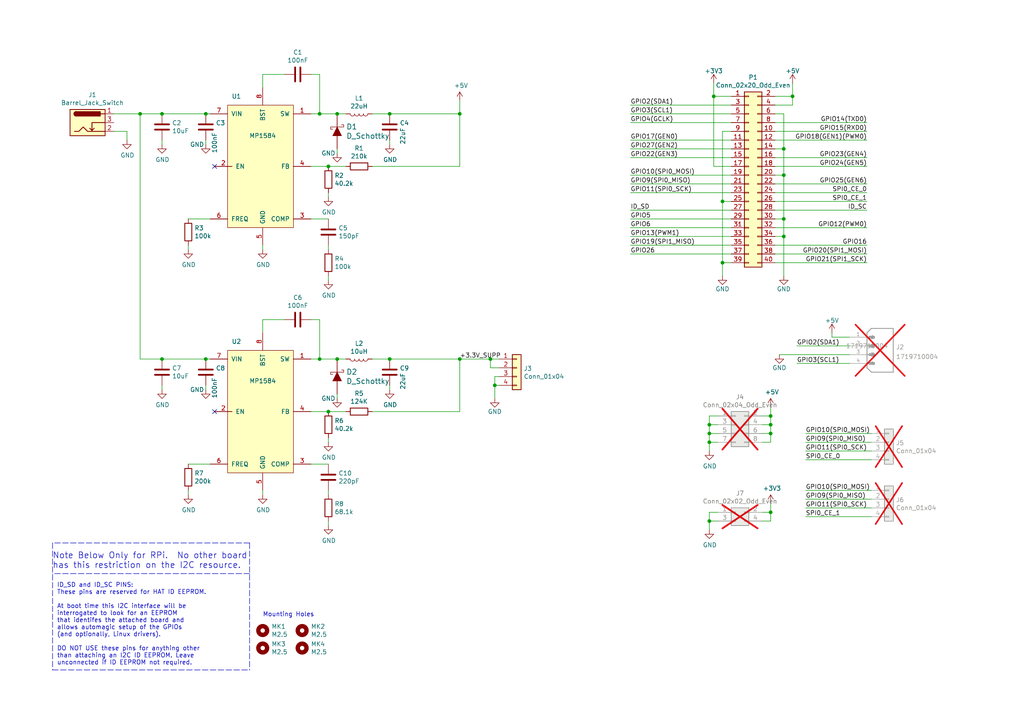
<source format=kicad_sch>
(kicad_sch (version 20250114) (generator "eeschema") (generator_version "9.0")
  (paper "A4")
  (title_block (title "DSKY-matic power distribution board") (date "2025-03-30") (rev "V4") (company "Riley Rainey") (comment 1 "based on original project from Electric Graveyard"))
  (lib_symbols
    (symbol "2019-Pi-Power-rescue:Mounting_Hole-Mechanical" (pin_names (offset 1.016))
      (property "Reference" "MK" (at 0 5.08 0))
      (property "Value" "2019-Pi-Power-rescue_Mounting_Hole-Mechanical" (at 0 3.175 0))
      (symbol "Mounting_Hole-Mechanical_0_1"
        (circle (center 0 0) (radius 1.27) (stroke (width 1.27)))
      )
    )
    (symbol "Connector:Barrel_Jack_Switch" (pin_names (hide yes))
      (property "Reference" "J" (at 0 5.334 0))
      (property "Value" "Barrel_Jack_Switch" (at 0 -5.08 0))
      (symbol "Barrel_Jack_Switch_0_1"
        (rectangle (start -5.08 3.81) (end 5.08 -3.81) (stroke (width 0.254)) (fill (type background)))
        (polyline (pts (xy -3.81 -2.54) (xy -2.54 -2.54) (xy -1.27 -1.27) (xy 0 -2.54) (xy 2.54 -2.54) (xy 5.08 -2.54)) (stroke (width 0.254)))
        (arc (start -3.302 1.905) (mid -3.9342 2.54) (end -3.302 3.175) (stroke (width 0.254)))
        (arc (start -3.302 1.905) (mid -3.9342 2.54) (end -3.302 3.175) (stroke (width 0.254)) (fill (type outline)))
        (polyline (pts (xy 1.27 -2.286) (xy 1.905 -1.651)) (stroke (width 0.254)))
        (rectangle (start 3.683 3.175) (end -3.302 1.905) (stroke (width 0.254)) (fill (type outline)))
        (polyline (pts (xy 5.08 2.54) (xy 3.81 2.54)) (stroke (width 0.254)))
        (polyline (pts (xy 5.08 0) (xy 1.27 0) (xy 1.27 -2.286) (xy 0.635 -1.651)) (stroke (width 0.254)))
      )
      (symbol "Barrel_Jack_Switch_1_1"
        (pin passive line (at 7.62 2.54 180) (length 2.54) (name "~") (number "1"))
        (pin passive line (at 7.62 0 180) (length 2.54) (name "~") (number "3"))
        (pin passive line (at 7.62 -2.54 180) (length 2.54) (name "~") (number "2"))
      )
    )
    (symbol "Connector_Generic:Conn_01x04" (pin_names (offset 1.016) (hide yes))
      (property "Reference" "J" (at 0 5.08 0))
      (property "Value" "Conn_01x04" (at 0 -7.62 0))
      (symbol "Conn_01x04_1_1"
        (rectangle (start -1.27 3.81) (end 1.27 -6.35) (stroke (width 0.254)) (fill (type background)))
        (rectangle (start -1.27 2.667) (end 0 2.413) (stroke (width 0.1524)))
        (rectangle (start -1.27 0.127) (end 0 -0.127) (stroke (width 0.1524)))
        (rectangle (start -1.27 -2.413) (end 0 -2.667) (stroke (width 0.1524)))
        (rectangle (start -1.27 -4.953) (end 0 -5.207) (stroke (width 0.1524)))
        (pin passive line (at -5.08 2.54 0) (length 3.81) (name "Pin_1") (number "1"))
        (pin passive line (at -5.08 0 0) (length 3.81) (name "Pin_2") (number "2"))
        (pin passive line (at -5.08 -2.54 0) (length 3.81) (name "Pin_3") (number "3"))
        (pin passive line (at -5.08 -5.08 0) (length 3.81) (name "Pin_4") (number "4"))
      )
    )
    (symbol "Connector_Generic:Conn_02x02_Odd_Even" (pin_names (offset 1.016) (hide yes))
      (property "Reference" "J" (at 1.27 2.54 0))
      (property "Value" "Conn_02x02_Odd_Even" (at 1.27 -5.08 0))
      (symbol "Conn_02x02_Odd_Even_1_1"
        (rectangle (start -1.27 1.27) (end 3.81 -3.81) (stroke (width 0.254)) (fill (type background)))
        (rectangle (start -1.27 0.127) (end 0 -0.127) (stroke (width 0.1524)))
        (rectangle (start -1.27 -2.413) (end 0 -2.667) (stroke (width 0.1524)))
        (rectangle (start 3.81 0.127) (end 2.54 -0.127) (stroke (width 0.1524)))
        (rectangle (start 3.81 -2.413) (end 2.54 -2.667) (stroke (width 0.1524)))
        (pin passive line (at -5.08 0 0) (length 3.81) (name "Pin_1") (number "1"))
        (pin passive line (at -5.08 -2.54 0) (length 3.81) (name "Pin_3") (number "3"))
        (pin passive line (at 7.62 0 180) (length 3.81) (name "Pin_2") (number "2"))
        (pin passive line (at 7.62 -2.54 180) (length 3.81) (name "Pin_4") (number "4"))
      )
    )
    (symbol "Connector_Generic:Conn_02x04_Odd_Even" (pin_names (offset 1.016) (hide yes))
      (property "Reference" "J" (at 1.27 5.08 0))
      (property "Value" "Conn_02x04_Odd_Even" (at 1.27 -7.62 0))
      (symbol "Conn_02x04_Odd_Even_1_1"
        (rectangle (start -1.27 3.81) (end 3.81 -6.35) (stroke (width 0.254)) (fill (type background)))
        (rectangle (start -1.27 2.667) (end 0 2.413) (stroke (width 0.1524)))
        (rectangle (start -1.27 0.127) (end 0 -0.127) (stroke (width 0.1524)))
        (rectangle (start -1.27 -2.413) (end 0 -2.667) (stroke (width 0.1524)))
        (rectangle (start -1.27 -4.953) (end 0 -5.207) (stroke (width 0.1524)))
        (rectangle (start 3.81 2.667) (end 2.54 2.413) (stroke (width 0.1524)))
        (rectangle (start 3.81 0.127) (end 2.54 -0.127) (stroke (width 0.1524)))
        (rectangle (start 3.81 -2.413) (end 2.54 -2.667) (stroke (width 0.1524)))
        (rectangle (start 3.81 -4.953) (end 2.54 -5.207) (stroke (width 0.1524)))
        (pin passive line (at -5.08 2.54 0) (length 3.81) (name "Pin_1") (number "1"))
        (pin passive line (at -5.08 0 0) (length 3.81) (name "Pin_3") (number "3"))
        (pin passive line (at -5.08 -2.54 0) (length 3.81) (name "Pin_5") (number "5"))
        (pin passive line (at -5.08 -5.08 0) (length 3.81) (name "Pin_7") (number "7"))
        (pin passive line (at 7.62 2.54 180) (length 3.81) (name "Pin_2") (number "2"))
        (pin passive line (at 7.62 0 180) (length 3.81) (name "Pin_4") (number "4"))
        (pin passive line (at 7.62 -2.54 180) (length 3.81) (name "Pin_6") (number "6"))
        (pin passive line (at 7.62 -5.08 180) (length 3.81) (name "Pin_8") (number "8"))
      )
    )
    (symbol "Connector_Generic:Conn_02x20_Odd_Even" (pin_names (offset 1.016) (hide yes))
      (property "Reference" "J" (at 1.27 25.4 0))
      (property "Value" "Conn_02x20_Odd_Even" (at 1.27 -27.94 0))
      (symbol "Conn_02x20_Odd_Even_1_1"
        (rectangle (start -1.27 24.13) (end 3.81 -26.67) (stroke (width 0.254)) (fill (type background)))
        (rectangle (start -1.27 22.987) (end 0 22.733) (stroke (width 0.1524)))
        (rectangle (start -1.27 20.447) (end 0 20.193) (stroke (width 0.1524)))
        (rectangle (start -1.27 17.907) (end 0 17.653) (stroke (width 0.1524)))
        (rectangle (start -1.27 15.367) (end 0 15.113) (stroke (width 0.1524)))
        (rectangle (start -1.27 12.827) (end 0 12.573) (stroke (width 0.1524)))
        (rectangle (start -1.27 10.287) (end 0 10.033) (stroke (width 0.1524)))
        (rectangle (start -1.27 7.747) (end 0 7.493) (stroke (width 0.1524)))
        (rectangle (start -1.27 5.207) (end 0 4.953) (stroke (width 0.1524)))
        (rectangle (start -1.27 2.667) (end 0 2.413) (stroke (width 0.1524)))
        (rectangle (start -1.27 0.127) (end 0 -0.127) (stroke (width 0.1524)))
        (rectangle (start -1.27 -2.413) (end 0 -2.667) (stroke (width 0.1524)))
        (rectangle (start -1.27 -4.953) (end 0 -5.207) (stroke (width 0.1524)))
        (rectangle (start -1.27 -7.493) (end 0 -7.747) (stroke (width 0.1524)))
        (rectangle (start -1.27 -10.033) (end 0 -10.287) (stroke (width 0.1524)))
        (rectangle (start -1.27 -12.573) (end 0 -12.827) (stroke (width 0.1524)))
        (rectangle (start -1.27 -15.113) (end 0 -15.367) (stroke (width 0.1524)))
        (rectangle (start -1.27 -17.653) (end 0 -17.907) (stroke (width 0.1524)))
        (rectangle (start -1.27 -20.193) (end 0 -20.447) (stroke (width 0.1524)))
        (rectangle (start -1.27 -22.733) (end 0 -22.987) (stroke (width 0.1524)))
        (rectangle (start -1.27 -25.273) (end 0 -25.527) (stroke (width 0.1524)))
        (rectangle (start 3.81 22.987) (end 2.54 22.733) (stroke (width 0.1524)))
        (rectangle (start 3.81 20.447) (end 2.54 20.193) (stroke (width 0.1524)))
        (rectangle (start 3.81 17.907) (end 2.54 17.653) (stroke (width 0.1524)))
        (rectangle (start 3.81 15.367) (end 2.54 15.113) (stroke (width 0.1524)))
        (rectangle (start 3.81 12.827) (end 2.54 12.573) (stroke (width 0.1524)))
        (rectangle (start 3.81 10.287) (end 2.54 10.033) (stroke (width 0.1524)))
        (rectangle (start 3.81 7.747) (end 2.54 7.493) (stroke (width 0.1524)))
        (rectangle (start 3.81 5.207) (end 2.54 4.953) (stroke (width 0.1524)))
        (rectangle (start 3.81 2.667) (end 2.54 2.413) (stroke (width 0.1524)))
        (rectangle (start 3.81 0.127) (end 2.54 -0.127) (stroke (width 0.1524)))
        (rectangle (start 3.81 -2.413) (end 2.54 -2.667) (stroke (width 0.1524)))
        (rectangle (start 3.81 -4.953) (end 2.54 -5.207) (stroke (width 0.1524)))
        (rectangle (start 3.81 -7.493) (end 2.54 -7.747) (stroke (width 0.1524)))
        (rectangle (start 3.81 -10.033) (end 2.54 -10.287) (stroke (width 0.1524)))
        (rectangle (start 3.81 -12.573) (end 2.54 -12.827) (stroke (width 0.1524)))
        (rectangle (start 3.81 -15.113) (end 2.54 -15.367) (stroke (width 0.1524)))
        (rectangle (start 3.81 -17.653) (end 2.54 -17.907) (stroke (width 0.1524)))
        (rectangle (start 3.81 -20.193) (end 2.54 -20.447) (stroke (width 0.1524)))
        (rectangle (start 3.81 -22.733) (end 2.54 -22.987) (stroke (width 0.1524)))
        (rectangle (start 3.81 -25.273) (end 2.54 -25.527) (stroke (width 0.1524)))
        (pin passive line (at -5.08 22.86 0) (length 3.81) (name "Pin_1") (number "1"))
        (pin passive line (at -5.08 20.32 0) (length 3.81) (name "Pin_3") (number "3"))
        (pin passive line (at -5.08 17.78 0) (length 3.81) (name "Pin_5") (number "5"))
        (pin passive line (at -5.08 15.24 0) (length 3.81) (name "Pin_7") (number "7"))
        (pin passive line (at -5.08 12.7 0) (length 3.81) (name "Pin_9") (number "9"))
        (pin passive line (at -5.08 10.16 0) (length 3.81) (name "Pin_11") (number "11"))
        (pin passive line (at -5.08 7.62 0) (length 3.81) (name "Pin_13") (number "13"))
        (pin passive line (at -5.08 5.08 0) (length 3.81) (name "Pin_15") (number "15"))
        (pin passive line (at -5.08 2.54 0) (length 3.81) (name "Pin_17") (number "17"))
        (pin passive line (at -5.08 0 0) (length 3.81) (name "Pin_19") (number "19"))
        (pin passive line (at -5.08 -2.54 0) (length 3.81) (name "Pin_21") (number "21"))
        (pin passive line (at -5.08 -5.08 0) (length 3.81) (name "Pin_23") (number "23"))
        (pin passive line (at -5.08 -7.62 0) (length 3.81) (name "Pin_25") (number "25"))
        (pin passive line (at -5.08 -10.16 0) (length 3.81) (name "Pin_27") (number "27"))
        (pin passive line (at -5.08 -12.7 0) (length 3.81) (name "Pin_29") (number "29"))
        (pin passive line (at -5.08 -15.24 0) (length 3.81) (name "Pin_31") (number "31"))
        (pin passive line (at -5.08 -17.78 0) (length 3.81) (name "Pin_33") (number "33"))
        (pin passive line (at -5.08 -20.32 0) (length 3.81) (name "Pin_35") (number "35"))
        (pin passive line (at -5.08 -22.86 0) (length 3.81) (name "Pin_37") (number "37"))
        (pin passive line (at -5.08 -25.4 0) (length 3.81) (name "Pin_39") (number "39"))
        (pin passive line (at 7.62 22.86 180) (length 3.81) (name "Pin_2") (number "2"))
        (pin passive line (at 7.62 20.32 180) (length 3.81) (name "Pin_4") (number "4"))
        (pin passive line (at 7.62 17.78 180) (length 3.81) (name "Pin_6") (number "6"))
        (pin passive line (at 7.62 15.24 180) (length 3.81) (name "Pin_8") (number "8"))
        (pin passive line (at 7.62 12.7 180) (length 3.81) (name "Pin_10") (number "10"))
        (pin passive line (at 7.62 10.16 180) (length 3.81) (name "Pin_12") (number "12"))
        (pin passive line (at 7.62 7.62 180) (length 3.81) (name "Pin_14") (number "14"))
        (pin passive line (at 7.62 5.08 180) (length 3.81) (name "Pin_16") (number "16"))
        (pin passive line (at 7.62 2.54 180) (length 3.81) (name "Pin_18") (number "18"))
        (pin passive line (at 7.62 0 180) (length 3.81) (name "Pin_20") (number "20"))
        (pin passive line (at 7.62 -2.54 180) (length 3.81) (name "Pin_22") (number "22"))
        (pin passive line (at 7.62 -5.08 180) (length 3.81) (name "Pin_24") (number "24"))
        (pin passive line (at 7.62 -7.62 180) (length 3.81) (name "Pin_26") (number "26"))
        (pin passive line (at 7.62 -10.16 180) (length 3.81) (name "Pin_28") (number "28"))
        (pin passive line (at 7.62 -12.7 180) (length 3.81) (name "Pin_30") (number "30"))
        (pin passive line (at 7.62 -15.24 180) (length 3.81) (name "Pin_32") (number "32"))
        (pin passive line (at 7.62 -17.78 180) (length 3.81) (name "Pin_34") (number "34"))
        (pin passive line (at 7.62 -20.32 180) (length 3.81) (name "Pin_36") (number "36"))
        (pin passive line (at 7.62 -22.86 180) (length 3.81) (name "Pin_38") (number "38"))
        (pin passive line (at 7.62 -25.4 180) (length 3.81) (name "Pin_40") (number "40"))
      )
    )
    (symbol "Device:C" (pin_numbers (hide yes)) (pin_names (offset 0.254))
      (property "Reference" "C" (at 0.635 2.54 0))
      (property "Value" "C" (at 0.635 -2.54 0))
      (symbol "C_0_1"
        (polyline (pts (xy -2.032 0.762) (xy 2.032 0.762)) (stroke (width 0.508)))
        (polyline (pts (xy -2.032 -0.762) (xy 2.032 -0.762)) (stroke (width 0.508)))
      )
      (symbol "C_1_1"
        (pin passive line (at 0 3.81 270) (length 2.794) (name "~") (number "1"))
        (pin passive line (at 0 -3.81 90) (length 2.794) (name "~") (number "2"))
      )
    )
    (symbol "Device:L" (pin_numbers (hide yes)) (pin_names (offset 1.016) (hide yes))
      (property "Reference" "L" (at -1.27 0 90))
      (property "Value" "L" (at 1.905 0 90))
      (symbol "L_0_1"
        (arc (start 0 2.54) (mid 0.6323 1.905) (end 0 1.27))
        (arc (start 0 1.27) (mid 0.6323 0.635) (end 0 0))
        (arc (start 0 0) (mid 0.6323 -0.635) (end 0 -1.27))
        (arc (start 0 -1.27) (mid 0.6323 -1.905) (end 0 -2.54))
      )
      (symbol "L_1_1"
        (pin passive line (at 0 3.81 270) (length 1.27) (name "1") (number "1"))
        (pin passive line (at 0 -3.81 90) (length 1.27) (name "2") (number "2"))
      )
    )
    (symbol "Device:R" (pin_numbers (hide yes)) (pin_names (offset 0))
      (property "Reference" "R" (at 2.032 0 90))
      (property "Value" "R" (at 0 0 90))
      (symbol "R_0_1"
        (rectangle (start -1.016 -2.54) (end 1.016 2.54) (stroke (width 0.254)))
      )
      (symbol "R_1_1"
        (pin passive line (at 0 3.81 270) (length 1.27) (name "~") (number "1"))
        (pin passive line (at 0 -3.81 90) (length 1.27) (name "~") (number "2"))
      )
    )
    (symbol "Pi-Power:1719710004" (pin_names (offset 1.016))
      (property "Reference" "J" (at 0 6.35 0))
      (property "Value" "1719710004" (at 0 -10.16 0))
      (symbol "1719710004_0_0"
        (polyline (pts (xy 0 3.81) (xy 0 2.54)) (stroke (width 0.254)))
        (polyline (pts (xy 0 3.81) (xy 1.27 5.08)) (stroke (width 0.254)))
        (polyline (pts (xy 0 2.54) (xy 0 -6.35)) (stroke (width 0.254)))
        (polyline (pts (xy 0 2.54) (xy 1.905 2.54)) (stroke (width 0.254)))
        (polyline (pts (xy 0 0) (xy 1.905 0)) (stroke (width 0.254)))
        (polyline (pts (xy 0 -2.54) (xy 1.905 -2.54)) (stroke (width 0.254)))
        (polyline (pts (xy 0 -5.08) (xy 1.905 -5.08)) (stroke (width 0.254)))
        (polyline (pts (xy 0 -6.35) (xy 1.27 -7.62)) (stroke (width 0.254)))
        (rectangle (start 0.6096 2.2098) (end 2.2098 2.8448) (fill (type outline)))
        (rectangle (start 0.6096 -0.3048) (end 2.2098 0.3048) (fill (type outline)))
        (rectangle (start 0.6096 -2.8448) (end 2.2098 -2.2098) (fill (type outline)))
        (rectangle (start 0.6096 -5.3848) (end 2.2098 -4.7498) (fill (type outline)))
        (polyline (pts (xy 1.27 -7.62) (xy 7.62 -7.62)) (stroke (width 0.254)))
        (polyline (pts (xy 7.62 5.08) (xy 1.27 5.08)) (stroke (width 0.254)))
        (polyline (pts (xy 7.62 -7.62) (xy 7.62 5.08)) (stroke (width 0.254)))
        (pin passive line (at -5.08 2.54 0) (length 5.08) (name "1") (number "1"))
        (pin passive line (at -5.08 0 0) (length 5.08) (name "2") (number "2"))
        (pin passive line (at -5.08 -2.54 0) (length 5.08) (name "3") (number "3"))
        (pin passive line (at -5.08 -5.08 0) (length 5.08) (name "4") (number "4"))
      )
    )
    (symbol "Pi-Power:Monolithic_Power_MP1584" (pin_names (offset 1.016))
      (property "Reference" "U" (at 0 -15.24 0))
      (property "Value" "Monolithic_Power_MP1584" (at 0 -2.54 0))
      (symbol "Monolithic_Power_MP1584_0_1"
        (rectangle (start -10.16 8.89) (end 8.89 -26.67) (fill (type background)))
      )
      (symbol "Monolithic_Power_MP1584_1_1"
        (pin input line (at -15.24 6.35 0) (length 5.08) (name "VIN") (number "7"))
        (pin input line (at -15.24 -24.13 0) (length 5.08) (name "FREQ") (number "6"))
        (pin input line (at -13.97 -8.89 0) (length 5.08) (name "EN") (number "2"))
        (pin input line (at 0 13.97 270) (length 5.08) (name "BST") (number "8"))
        (pin input line (at 0 -31.75 90) (length 5.08) (name "GND") (number "5"))
        (pin power_out line (at 13.97 6.35 180) (length 5.08) (name "SW") (number "1"))
        (pin input line (at 13.97 -8.89 180) (length 5.08) (name "FB") (number "4"))
        (pin input line (at 13.97 -24.13 180) (length 5.08) (name "COMP") (number "3"))
      )
    )
    (symbol "dk_Diodes-Rectifiers-Single:B340A-13-F" (pin_numbers (hide yes)) (pin_names (offset 0) (hide yes))
      (property "Reference" "D" (at 0 2.54 0))
      (property "Value" "dk_Diodes-Rectifiers-Single_B340A-13-F" (at 0 -3.81 0))
      (symbol "B340A-13-F_0_1"
        (polyline (pts (xy -1.27 1.27) (xy -1.27 -1.27) (xy 1.27 0) (xy -1.27 1.27)) (fill (type outline)))
        (polyline (pts (xy 1.27 1.27) (xy 1.27 -1.27)))
        (polyline (pts (xy 1.27 1.27) (xy 1.27 1.905) (xy 0.635 1.905) (xy 0.635 1.27)))
        (polyline (pts (xy 1.27 -1.27) (xy 1.27 -1.905) (xy 1.905 -1.905) (xy 1.905 -1.27)))
      )
      (symbol "B340A-13-F_1_1"
        (pin passive line (at -5.08 0 0) (length 3.81) (name "~") (number "A"))
        (pin passive line (at 5.08 0 180) (length 3.81) (name "~") (number "K"))
      )
    )
    (symbol "power:+3.3V" (power) (pin_names (offset 0))
      (property "Value" "+3.3V" (at 0 3.556 0))
      (symbol "+3.3V_0_1"
        (polyline (pts (xy -0.762 1.27) (xy 0 2.54)))
        (polyline (pts (xy 0 2.54) (xy 0.762 1.27)))
        (polyline (pts (xy 0 0) (xy 0 2.54)))
      )
      (symbol "+3.3V_1_1"
        (pin power_in line (at 0 0 90) (length 0) (hide yes) (name "+3V3") (number "1"))
      )
    )
    (symbol "power:+5V" (power) (pin_names (offset 0))
      (property "Value" "+5V" (at 0 3.556 0))
      (symbol "+5V_0_1"
        (polyline (pts (xy -0.762 1.27) (xy 0 2.54)))
        (polyline (pts (xy 0 2.54) (xy 0.762 1.27)))
        (polyline (pts (xy 0 0) (xy 0 2.54)))
      )
      (symbol "+5V_1_1"
        (pin power_in line (at 0 0 90) (length 0) (hide yes) (name "+5V") (number "1"))
      )
    )
    (symbol "power:GND" (power) (pin_names (offset 0))
      (property "Value" "GND" (at 0 -3.81 0))
      (symbol "GND_0_1"
        (polyline (pts (xy 0 0) (xy 0 -1.27) (xy 1.27 -1.27) (xy 0 -2.54) (xy -1.27 -1.27) (xy 0 -1.27)))
      )
      (symbol "GND_1_1"
        (pin power_in line (at 0 0 270) (length 0) (hide yes) (name "GND") (number "1"))
      )
    )
  )
  (text "Mounting Holes" (at 76.2 179.07 0) (effects (font (size 1.27 1.27)) (justify left bottom)))
  (text "Note Below Only for RPi.  No other board \nhas this restriction on the I2C resource." (at 15.24 165.1 0) (effects (font (size 1.7526 1.7526)) (justify left bottom)))
  (text "ID_SD and ID_SC PINS:\nThese pins are reserved for HAT ID EEPROM.\n\nAt boot time this I2C interface will be\ninterrogated to look for an EEPROM\nthat identifes the attached board and\nallows automagic setup of the GPIOs\n(and optionally, Linux drivers).\n\nDO NOT USE these pins for anything other\nthan attaching an I2C ID EEPROM. Leave\nunconnected if ID EEPROM not required." (at 16.51 193.04 0) (effects (font (size 1.27 1.27)) (justify left bottom)))
  (junction (at 142.24 104.14))
  (junction (at 143.51 111.76))
  (junction (at 227.33 63.5))
  (junction (at 59.69 33.02))
  (junction (at 205.74 125.73))
  (junction (at 92.71 104.14))
  (junction (at 227.33 43.18))
  (junction (at 46.99 33.02))
  (junction (at 59.69 104.14))
  (junction (at 46.99 104.14))
  (junction (at 92.71 33.02))
  (junction (at 223.52 148.59))
  (junction (at 95.25 48.26))
  (junction (at 95.25 119.38))
  (junction (at 113.03 33.02))
  (junction (at 223.52 125.73))
  (junction (at 209.55 58.42))
  (junction (at 97.79 104.14))
  (junction (at 227.33 50.8))
  (junction (at 205.74 151.13))
  (junction (at 40.64 33.02))
  (junction (at 205.74 123.19))
  (junction (at 207.01 27.94))
  (junction (at 223.52 123.19))
  (junction (at 229.87 27.94))
  (junction (at 205.74 128.27))
  (junction (at 133.35 33.02))
  (junction (at 97.79 33.02))
  (junction (at 223.52 120.65))
  (junction (at 133.35 104.14))
  (junction (at 227.33 68.58))
  (junction (at 209.55 76.2))
  (junction (at 113.03 104.14))
  (no_connect (at 62.23 119.38))
  (no_connect (at 62.23 48.26))
  (wire (pts (xy 95.25 63.5) (xy 90.17 63.5)))
  (wire (pts (xy 90.17 119.38) (xy 95.25 119.38)))
  (wire (pts (xy 76.2 72.39) (xy 76.2 71.12)))
  (wire (pts (xy 227.33 63.5) (xy 224.79 63.5)))
  (wire (pts (xy 144.78 104.14) (xy 142.24 104.14)))
  (wire (pts (xy 95.25 57.15) (xy 95.25 55.88)))
  (wire (pts (xy 212.09 68.58) (xy 182.88 68.58)))
  (wire (pts (xy 252.73 149.86) (xy 233.68 149.86)))
  (wire (pts (xy 182.88 43.18) (xy 212.09 43.18)))
  (wire (pts (xy 209.55 58.42) (xy 212.09 58.42)))
  (wire (pts (xy 231.14 100.33) (xy 246.38 100.33)))
  (wire (pts (xy 224.79 76.2) (xy 251.46 76.2)))
  (wire (pts (xy 223.52 148.59) (xy 223.52 146.05)))
  (wire (pts (xy 40.64 33.02) (xy 46.99 33.02)))
  (wire (pts (xy 209.55 76.2) (xy 209.55 80.01)))
  (wire (pts (xy 207.01 27.94) (xy 212.09 27.94)))
  (wire (pts (xy 143.51 111.76) (xy 143.51 115.57)))
  (polyline (pts (xy 15.24 194.31) (xy 72.39 194.31)) (stroke (width 0) (type dash)))
  (wire (pts (xy 76.2 96.52) (xy 76.2 92.71)))
  (wire (pts (xy 252.73 142.24) (xy 233.68 142.24)))
  (wire (pts (xy 40.64 104.14) (xy 46.99 104.14)))
  (wire (pts (xy 54.61 143.51) (xy 54.61 142.24)))
  (wire (pts (xy 246.38 105.41) (xy 231.14 105.41)))
  (wire (pts (xy 144.78 111.76) (xy 143.51 111.76)))
  (wire (pts (xy 107.95 33.02) (xy 113.03 33.02)))
  (wire (pts (xy 224.79 66.04) (xy 251.46 66.04)))
  (wire (pts (xy 223.52 151.13) (xy 220.98 151.13)))
  (wire (pts (xy 205.74 120.65) (xy 208.28 120.65)))
  (wire (pts (xy 90.17 21.59) (xy 92.71 21.59)))
  (wire (pts (xy 212.09 30.48) (xy 182.88 30.48)))
  (wire (pts (xy 182.88 35.56) (xy 212.09 35.56)))
  (wire (pts (xy 223.52 123.19) (xy 223.52 125.73)))
  (wire (pts (xy 224.79 60.96) (xy 251.46 60.96)))
  (wire (pts (xy 212.09 60.96) (xy 182.88 60.96)))
  (wire (pts (xy 223.52 148.59) (xy 223.52 151.13)))
  (wire (pts (xy 252.73 130.81) (xy 233.68 130.81)))
  (wire (pts (xy 97.79 33.02) (xy 100.33 33.02)))
  (wire (pts (xy 209.55 76.2) (xy 212.09 76.2)))
  (wire (pts (xy 100.33 119.38) (xy 95.25 119.38)))
  (wire (pts (xy 227.33 50.8) (xy 227.33 63.5)))
  (wire (pts (xy 95.25 142.24) (xy 95.25 143.51)))
  (wire (pts (xy 95.25 152.4) (xy 95.25 151.13)))
  (wire (pts (xy 46.99 33.02) (xy 59.69 33.02)))
  (wire (pts (xy 227.33 50.8) (xy 224.79 50.8)))
  (wire (pts (xy 142.24 104.14) (xy 142.24 106.68)))
  (wire (pts (xy 229.87 27.94) (xy 229.87 30.48)))
  (wire (pts (xy 92.71 104.14) (xy 97.79 104.14)))
  (wire (pts (xy 227.33 43.18) (xy 224.79 43.18)))
  (wire (pts (xy 182.88 33.02) (xy 212.09 33.02)))
  (wire (pts (xy 224.79 71.12) (xy 251.46 71.12)))
  (wire (pts (xy 220.98 120.65) (xy 223.52 120.65)))
  (wire (pts (xy 59.69 104.14) (xy 60.96 104.14)))
  (wire (pts (xy 207.01 24.13) (xy 207.01 27.94)))
  (wire (pts (xy 229.87 24.13) (xy 229.87 27.94)))
  (wire (pts (xy 182.88 45.72) (xy 212.09 45.72)))
  (wire (pts (xy 208.28 123.19) (xy 205.74 123.19)))
  (wire (pts (xy 182.88 53.34) (xy 212.09 53.34)))
  (wire (pts (xy 227.33 68.58) (xy 227.33 80.01)))
  (wire (pts (xy 142.24 104.14) (xy 133.35 104.14)))
  (wire (pts (xy 59.69 33.02) (xy 60.96 33.02)))
  (wire (pts (xy 207.01 27.94) (xy 207.01 48.26)))
  (wire (pts (xy 92.71 92.71) (xy 92.71 104.14)))
  (wire (pts (xy 205.74 148.59) (xy 208.28 148.59)))
  (wire (pts (xy 133.35 33.02) (xy 133.35 48.26)))
  (wire (pts (xy 46.99 41.91) (xy 46.99 40.64)))
  (wire (pts (xy 223.52 125.73) (xy 223.52 128.27)))
  (wire (pts (xy 144.78 109.22) (xy 143.51 109.22)))
  (wire (pts (xy 95.25 134.62) (xy 90.17 134.62)))
  (wire (pts (xy 224.79 53.34) (xy 251.46 53.34)))
  (wire (pts (xy 59.69 41.91) (xy 59.69 40.64)))
  (wire (pts (xy 205.74 128.27) (xy 205.74 130.81)))
  (wire (pts (xy 182.88 63.5) (xy 212.09 63.5)))
  (wire (pts (xy 205.74 123.19) (xy 205.74 125.73)))
  (wire (pts (xy 76.2 143.51) (xy 76.2 142.24)))
  (wire (pts (xy 205.74 125.73) (xy 205.74 128.27)))
  (wire (pts (xy 107.95 119.38) (xy 133.35 119.38)))
  (wire (pts (xy 212.09 50.8) (xy 182.88 50.8)))
  (wire (pts (xy 76.2 92.71) (xy 82.55 92.71)))
  (wire (pts (xy 76.2 25.4) (xy 76.2 21.59)))
  (wire (pts (xy 90.17 92.71) (xy 92.71 92.71)))
  (polyline (pts (xy 15.24 157.48) (xy 15.24 194.31)) (stroke (width 0) (type dash)))
  (wire (pts (xy 90.17 104.14) (xy 92.71 104.14)))
  (wire (pts (xy 220.98 148.59) (xy 223.52 148.59)))
  (wire (pts (xy 33.02 33.02) (xy 40.64 33.02)))
  (wire (pts (xy 252.73 133.35) (xy 233.68 133.35)))
  (wire (pts (xy 223.52 123.19) (xy 220.98 123.19)))
  (wire (pts (xy 207.01 48.26) (xy 212.09 48.26)))
  (wire (pts (xy 143.51 109.22) (xy 143.51 111.76)))
  (wire (pts (xy 224.79 45.72) (xy 251.46 45.72)))
  (wire (pts (xy 205.74 125.73) (xy 208.28 125.73)))
  (wire (pts (xy 100.33 48.26) (xy 95.25 48.26)))
  (wire (pts (xy 76.2 21.59) (xy 82.55 21.59)))
  (wire (pts (xy 97.79 44.45) (xy 97.79 43.18)))
  (wire (pts (xy 205.74 120.65) (xy 205.74 123.19)))
  (wire (pts (xy 208.28 128.27) (xy 205.74 128.27)))
  (wire (pts (xy 113.03 33.02) (xy 133.35 33.02)))
  (wire (pts (xy 97.79 104.14) (xy 100.33 104.14)))
  (wire (pts (xy 220.98 125.73) (xy 223.52 125.73)))
  (wire (pts (xy 40.64 33.02) (xy 40.64 104.14)))
  (wire (pts (xy 208.28 151.13) (xy 205.74 151.13)))
  (wire (pts (xy 224.79 35.56) (xy 251.46 35.56)))
  (wire (pts (xy 90.17 33.02) (xy 92.71 33.02)))
  (wire (pts (xy 227.33 33.02) (xy 224.79 33.02)))
  (wire (pts (xy 227.33 63.5) (xy 227.33 68.58)))
  (wire (pts (xy 252.73 128.27) (xy 233.68 128.27)))
  (wire (pts (xy 182.88 71.12) (xy 212.09 71.12)))
  (wire (pts (xy 227.33 33.02) (xy 227.33 43.18)))
  (wire (pts (xy 224.79 40.64) (xy 251.46 40.64)))
  (polyline (pts (xy 72.39 166.37) (xy 15.24 166.37)) (stroke (width 0) (type dash)))
  (wire (pts (xy 59.69 113.03) (xy 59.69 111.76)))
  (wire (pts (xy 223.52 120.65) (xy 223.52 123.19)))
  (wire (pts (xy 107.95 104.14) (xy 113.03 104.14)))
  (wire (pts (xy 54.61 72.39) (xy 54.61 71.12)))
  (wire (pts (xy 226.06 102.87) (xy 246.38 102.87)))
  (wire (pts (xy 229.87 27.94) (xy 224.79 27.94)))
  (wire (pts (xy 95.25 81.28) (xy 95.25 80.01)))
  (wire (pts (xy 113.03 104.14) (xy 133.35 104.14)))
  (wire (pts (xy 223.52 118.11) (xy 223.52 120.65)))
  (wire (pts (xy 209.55 58.42) (xy 209.55 76.2)))
  (wire (pts (xy 182.88 55.88) (xy 212.09 55.88)))
  (wire (pts (xy 227.33 68.58) (xy 224.79 68.58)))
  (wire (pts (xy 60.96 63.5) (xy 54.61 63.5)))
  (wire (pts (xy 113.03 113.03) (xy 113.03 111.76)))
  (wire (pts (xy 209.55 38.1) (xy 212.09 38.1)))
  (wire (pts (xy 46.99 113.03) (xy 46.99 111.76)))
  (wire (pts (xy 224.79 48.26) (xy 251.46 48.26)))
  (wire (pts (xy 113.03 41.91) (xy 113.03 40.64)))
  (wire (pts (xy 142.24 106.68) (xy 144.78 106.68)))
  (wire (pts (xy 252.73 147.32) (xy 233.68 147.32)))
  (wire (pts (xy 227.33 43.18) (xy 227.33 50.8)))
  (polyline (pts (xy 72.39 157.48) (xy 15.24 157.48)) (stroke (width 0) (type dash)))
  (wire (pts (xy 252.73 125.73) (xy 233.68 125.73)))
  (wire (pts (xy 224.79 58.42) (xy 251.46 58.42)))
  (wire (pts (xy 229.87 30.48) (xy 224.79 30.48)))
  (wire (pts (xy 36.83 40.64) (xy 36.83 38.1)))
  (wire (pts (xy 212.09 40.64) (xy 182.88 40.64)))
  (wire (pts (xy 133.35 29.21) (xy 133.35 33.02)))
  (wire (pts (xy 90.17 48.26) (xy 95.25 48.26)))
  (wire (pts (xy 133.35 104.14) (xy 133.35 119.38)))
  (wire (pts (xy 107.95 48.26) (xy 133.35 48.26)))
  (wire (pts (xy 224.79 73.66) (xy 251.46 73.66)))
  (wire (pts (xy 60.96 134.62) (xy 54.61 134.62)))
  (wire (pts (xy 95.25 71.12) (xy 95.25 72.39)))
  (wire (pts (xy 92.71 21.59) (xy 92.71 33.02)))
  (wire (pts (xy 182.88 73.66) (xy 212.09 73.66)))
  (wire (pts (xy 36.83 38.1) (xy 33.02 38.1)))
  (wire (pts (xy 92.71 33.02) (xy 97.79 33.02)))
  (polyline (pts (xy 72.39 157.48) (xy 72.39 194.31)) (stroke (width 0) (type dash)))
  (wire (pts (xy 182.88 66.04) (xy 212.09 66.04)))
  (wire (pts (xy 223.52 128.27) (xy 220.98 128.27)))
  (wire (pts (xy 205.74 153.67) (xy 205.74 151.13)))
  (wire (pts (xy 205.74 151.13) (xy 205.74 148.59)))
  (wire (pts (xy 97.79 115.57) (xy 97.79 114.3)))
  (wire (pts (xy 209.55 38.1) (xy 209.55 58.42)))
  (wire (pts (xy 241.3 97.79) (xy 241.3 96.52)))
  (wire (pts (xy 224.79 38.1) (xy 251.46 38.1)))
  (wire (pts (xy 241.3 97.79) (xy 246.38 97.79)))
  (wire (pts (xy 46.99 104.14) (xy 59.69 104.14)))
  (wire (pts (xy 252.73 144.78) (xy 233.68 144.78)))
  (wire (pts (xy 224.79 55.88) (xy 251.46 55.88)))
  (wire (pts (xy 95.25 128.27) (xy 95.25 127)))
  (label "GPIO16" (at 251.46 71.12 180))
  (label "GPIO24(GEN5)" (at 251.46 48.26 180))
  (label "GPIO11(SPI0_SCK)" (at 233.68 130.81 0))
  (label "GPIO9(SPI0_MISO)" (at 233.68 144.78 0))
  (label "GPIO15(RXD0)" (at 251.46 38.1 180))
  (label "GPIO5" (at 182.88 63.5 0))
  (label "GPIO10(SPI0_MOSI)" (at 233.68 142.24 0))
  (label "GPIO11(SPI0_SCK)" (at 182.88 55.88 0))
  (label "GPIO17(GEN0)" (at 182.88 40.64 0))
  (label "GPIO19(SPI1_MISO)" (at 182.88 71.12 0))
  (label "GPIO10(SPI0_MOSI)" (at 233.68 125.73 0))
  (label "ID_SD" (at 182.88 60.96 0))
  (label "SPI0_CE_0" (at 251.46 55.88 180))
  (label "GPIO3(SCL1)" (at 182.88 33.02 0))
  (label "GPIO2(SDA1)" (at 231.14 100.33 0))
  (label "+3.3V_SUPP" (at 133.35 104.14 0))
  (label "GPIO18(GEN1)(PWM0)" (at 251.46 40.64 180))
  (label "GPIO9(SPI0_MISO)" (at 233.68 128.27 0))
  (label "GPIO4(GCLK)" (at 182.88 35.56 0))
  (label "GPIO3(SCL1)" (at 231.14 105.41 0))
  (label "GPIO10(SPI0_MOSI)" (at 182.88 50.8 0))
  (label "GPIO20(SPI1_MOSI)" (at 251.46 73.66 180))
  (label "GPIO27(GEN2)" (at 182.88 43.18 0))
  (label "GPIO6" (at 182.88 66.04 0))
  (label "GPIO11(SPI0_SCK)" (at 233.68 147.32 0))
  (label "GPIO25(GEN6)" (at 251.46 53.34 180))
  (label "GPIO26" (at 182.88 73.66 0))
  (label "ID_SC" (at 251.46 60.96 180))
  (label "GPIO12(PWM0)" (at 251.46 66.04 180))
  (label "GPIO2(SDA1)" (at 182.88 30.48 0))
  (label "SPI0_CE_1" (at 233.68 149.86 0))
  (label "GPIO13(PWM1)" (at 182.88 68.58 0))
  (label "GPIO22(GEN3)" (at 182.88 45.72 0))
  (label "GPIO14(TXD0)" (at 251.46 35.56 180))
  (label "SPI0_CE_1" (at 251.46 58.42 180))
  (label "GPIO9(SPI0_MISO)" (at 182.88 53.34 0))
  (label "SPI0_CE_0" (at 233.68 133.35 0))
  (label "GPIO21(SPI1_SCK)" (at 251.46 76.2 180))
  (label "GPIO23(GEN4)" (at 251.46 45.72 180))
  (symbol (lib_id "power:+5V") (at 229.87 24.13 0) (unit 1)
    (property "Reference" "#PWR02" (effects (hide yes)))
    (property "Value" "+5V" (at 229.87 20.574 0))
  )
  (symbol (lib_id "power:+3.3V") (at 207.01 24.13 0) (unit 1)
    (property "Reference" "#PWR01" (effects (hide yes)))
    (property "Value" "+3V3" (at 207.01 20.574 0))
  )
  (symbol (lib_id "power:GND") (at 227.33 80.01 0) (unit 1)
    (property "Reference" "#PWR013" (effects (hide yes)))
    (property "Value" "GND" (at 227.33 83.82 0))
  )
  (symbol (lib_id "power:GND") (at 209.55 80.01 0) (unit 1)
    (property "Reference" "#PWR012" (effects (hide yes)))
    (property "Value" "GND" (at 209.55 83.82 0))
  )
  (symbol (lib_id "2019-Pi-Power-rescue:Mounting_Hole-Mechanical") (at 76.2 182.88 0) (unit 1) (in_bom no)
    (property "Reference" "MK1" (at 78.74 181.7116 0) (effects (justify left)))
    (property "Value" "M2.5" (at 78.74 184.023 0) (effects (justify left)))
    (property "Footprint" "MountingHole:MountingHole_2.7mm_M2.5" (effects (hide yes)))
  )
  (symbol (lib_id "2019-Pi-Power-rescue:Mounting_Hole-Mechanical") (at 87.63 182.88 0) (unit 1) (in_bom no)
    (property "Reference" "MK2" (at 90.17 181.7116 0) (effects (justify left)))
    (property "Value" "M2.5" (at 90.17 184.023 0) (effects (justify left)))
    (property "Footprint" "MountingHole:MountingHole_2.7mm_M2.5" (effects (hide yes)))
  )
  (symbol (lib_id "2019-Pi-Power-rescue:Mounting_Hole-Mechanical") (at 76.2 187.96 0) (unit 1) (in_bom no)
    (property "Reference" "MK3" (at 78.74 186.7916 0) (effects (justify left)))
    (property "Value" "M2.5" (at 78.74 189.103 0) (effects (justify left)))
    (property "Footprint" "MountingHole:MountingHole_2.7mm_M2.5" (effects (hide yes)))
  )
  (symbol (lib_id "2019-Pi-Power-rescue:Mounting_Hole-Mechanical") (at 87.63 187.96 0) (unit 1) (in_bom no)
    (property "Reference" "MK4" (at 90.17 186.7916 0) (effects (justify left)))
    (property "Value" "M2.5" (at 90.17 189.103 0) (effects (justify left)))
    (property "Footprint" "MountingHole:MountingHole_2.7mm_M2.5" (effects (hide yes)))
  )
  (symbol (lib_id "Connector_Generic:Conn_02x20_Odd_Even") (at 217.17 50.8 0) (unit 1)
    (property "Reference" "P1" (at 218.44 22.4282 0))
    (property "Value" "Conn_02x20_Odd_Even" (at 218.44 24.7396 0))
    (property "Footprint" "Connector_PinSocket_2.54mm:PinSocket_2x20_P2.54mm_Vertical" (effects (hide yes)))
  )
  (symbol (lib_id "Device:L") (at 104.14 33.02 270) (unit 1)
    (property "Reference" "L1" (at 104.14 28.4988 90))
    (property "Value" "22uH" (at 104.14 30.8102 90))
    (property "Footprint" "Inductor_SMD:L_10.4x10.4_H4.8" (effects (hide yes)))
    (property "Datasheet" "https://www.we-online.com/components/products/datasheet/7447714220.pdf" (effects (hide yes)))
    (property "MPN" "  7447714220" (effects (hide yes)))
    (property "MANUFACTURER" " Würth Elektronik" (effects (hide yes)))
  )
  (symbol (lib_id "Device:C") (at 113.03 36.83 0) (unit 1)
    (property "Reference" "C4" (at 115.951 35.6616 0) (effects (justify left)))
    (property "Value" "22uF" (at 116.84 41.91 90) (effects (justify left)))
    (property "Footprint" "Capacitor_SMD:C_Elec_6.3x5.8" (effects (hide yes)))
    (property "Datasheet" "https://industrial.panasonic.com/cdbs/www-data/pdf/RDD0000/ABA0000C1221.pdf" (effects (hide yes)))
    (property "Description" "CAP ALUM HYBRID 22UF 20% 50V SMD" (effects (hide yes)))
    (property "MPN" "EEH-ZA1H220P" (effects (hide yes)))
    (property "MANUFACTURER" "Panasonic" (effects (hide yes)))
  )
  (symbol (lib_id "Device:C") (at 86.36 21.59 270) (unit 1)
    (property "Reference" "C1" (at 86.36 15.1892 90))
    (property "Value" "100nF" (at 86.36 17.5006 90))
    (property "Footprint" "Capacitor_SMD:C_0603_1608Metric" (effects (hide yes)))
    (property "Description" "0.1 µF ±10% 50V Ceramic Capacitor X7R 0603 (1608 Metric)" (effects (hide yes)))
    (property "MPN" "CL10B104KB8NNNC" (effects (hide yes)))
    (property "MANUFACTURER" "Samsung" (effects (hide yes)))
  )
  (symbol (lib_id "Device:C") (at 46.99 36.83 0) (unit 1)
    (property "Reference" "C2" (at 49.911 35.6616 0) (effects (justify left)))
    (property "Value" "10uF" (at 49.911 37.973 0) (effects (justify left)))
    (property "Footprint" "Capacitor_SMD:C_Elec_6.3x5.8" (effects (hide yes)))
    (property "Datasheet" "https://mm.digikey.com/Volume0/opasdata/d220001/medias/docus/2172/S_Series%2CType_V_Rev2018.pdf" (effects (hide yes)))
    (property "Description" "CAP ALUM 10UF 20% 50V SMD" (effects (hide yes)))
    (property "MPN" "EEE-1HA100SP" (effects (hide yes)))
    (property "MANUFACTURER" "Panasonic" (effects (hide yes)))
  )
  (symbol (lib_id "Device:C") (at 95.25 67.31 0) (unit 1)
    (property "Reference" "C5" (at 98.171 66.1416 0) (effects (justify left)))
    (property "Value" "150pF" (at 98.171 68.453 0) (effects (justify left)))
    (property "Footprint" "Capacitors_SMD:C_0603" (effects (hide yes)))
    (property "Description" "150 pF ±10% 50V Ceramic Capacitor X7R 0603 (1608 Metric)" (effects (hide yes)))
    (property "MPN" "CL10B151KB8NNNC" (effects (hide yes)))
    (property "MANUFACTURER" "Samsung" (effects (hide yes)))
  )
  (symbol (lib_id "Pi-Power:Monolithic_Power_MP1584") (at 76.2 39.37 0) (unit 1)
    (property "Reference" "U1" (at 68.58 27.94 0))
    (property "Value" "MP1584" (at 76.2 39.37 0))
    (property "Footprint" "Package_SO:SO-8_5.3x6.2mm_P1.27mm" (effects (hide yes)))
    (property "Description" "Buck Switching Regulator IC Positive Adjustable 0.8V 1 Output 3A 8-SOIC (0.154\", 3.90mm Width) Exposed Pad" (effects (hide yes)))
    (property "MPN" "MP1584EN-LF-Z" (effects (hide yes)))
    (property "MANUFACTURER" "Monolithic Power" (effects (hide yes)))
  )
  (symbol (lib_id "dk_Diodes-Rectifiers-Single:B340A-13-F") (at 97.79 38.1 90) (unit 1)
    (property "Reference" "D1" (at 100.4062 36.7538 90) (effects (font (size 1.524 1.524)) (justify right)))
    (property "Value" "D_Schottky" (at 100.4062 39.4462 90) (effects (font (size 1.524 1.524)) (justify right)))
    (property "Footprint" "digikey-footprints:DO-214AC" (effects (hide yes)))
    (property "Datasheet" "https://www.diodes.com/assets/Datasheets/ds30891.pdf" (effects (hide yes)))
    (property "MPN" "B340A-13-F " (effects (hide yes)))
    (property "MANUFACTURER" "Diodes Incorporated" (effects (hide yes)))
  )
  (symbol (lib_id "power:GND") (at 97.79 44.45 0) (unit 1)
    (property "Reference" "#PWR08" (effects (hide yes)))
    (property "Value" "GND" (at 95.25 44.45 0))
  )
  (symbol (lib_id "power:GND") (at 113.03 41.91 0) (unit 1)
    (property "Reference" "#PWR07" (effects (hide yes)))
    (property "Value" "GND" (at 113.157 46.3042 0))
  )
  (symbol (lib_id "Device:R") (at 104.14 48.26 270) (unit 1)
    (property "Reference" "R1" (at 104.14 43.0022 90))
    (property "Value" "210k" (at 104.14 45.3136 90))
    (property "Footprint" "Resistor_SMD:R_0603_1608Metric" (effects (hide yes)))
    (property "Description" "RES 210K OHM 1% 1/8W 0603" (effects (hide yes)))
    (property "MPN" "ERJ-H3EF2103V" (effects (hide yes)))
    (property "MANUFACTURER" "Panasonic" (effects (hide yes)))
  )
  (symbol (lib_id "Device:R") (at 95.25 52.07 0) (unit 1)
    (property "Reference" "R2" (at 97.028 50.9016 0) (effects (justify left)))
    (property "Value" "40.2k" (at 97.028 53.213 0) (effects (justify left)))
    (property "Footprint" "Resistor_SMD:R_0603_1608Metric" (effects (hide yes)))
    (property "Description" "RES 40.2K OHM 0.1% 1/8W 0603" (effects (hide yes)))
    (property "MPN" "ERA-3VEB4022V" (effects (hide yes)))
    (property "MANUFACTURER" "Panasonic" (effects (hide yes)))
  )
  (symbol (lib_id "Device:R") (at 95.25 76.2 0) (unit 1)
    (property "Reference" "R4" (at 97.028 75.0316 0) (effects (justify left)))
    (property "Value" "100k" (at 97.028 77.343 0) (effects (justify left)))
    (property "Footprint" "Resistor_SMD:R_0603_1608Metric" (effects (hide yes)))
    (property "Description" "RES 100K OHM 1% 1/8W 0603" (effects (hide yes)))
    (property "MPN" "ERJ-H3EF1003V" (effects (hide yes)))
    (property "MANUFACTURER" "Panasonic" (effects (hide yes)))
  )
  (symbol (lib_id "Device:R") (at 54.61 67.31 0) (unit 1)
    (property "Reference" "R3" (at 56.388 66.1416 0) (effects (justify left)))
    (property "Value" "100k" (at 56.388 68.453 0) (effects (justify left)))
    (property "Footprint" "Resistor_SMD:R_0603_1608Metric" (effects (hide yes)))
    (property "Description" "RES 100K OHM 1% 1/8W 0603" (effects (hide yes)))
    (property "MPN" "ERJ-H3EF1003V" (effects (hide yes)))
    (property "MANUFACTURER" "Panasonic" (effects (hide yes)))
  )
  (symbol (lib_id "power:GND") (at 95.25 57.15 0) (unit 1)
    (property "Reference" "#PWR09" (effects (hide yes)))
    (property "Value" "GND" (at 95.377 61.5442 0))
  )
  (symbol (lib_id "power:GND") (at 76.2 72.39 0) (unit 1)
    (property "Reference" "#PWR011" (effects (hide yes)))
    (property "Value" "GND" (at 76.327 76.7842 0))
  )
  (symbol (lib_id "power:GND") (at 95.25 81.28 0) (unit 1)
    (property "Reference" "#PWR014" (effects (hide yes)))
    (property "Value" "GND" (at 95.377 85.6742 0))
  )
  (symbol (lib_id "power:GND") (at 54.61 72.39 0) (unit 1)
    (property "Reference" "#PWR010" (effects (hide yes)))
    (property "Value" "GND" (at 54.737 76.7842 0))
  )
  (symbol (lib_id "power:GND") (at 46.99 41.91 0) (unit 1)
    (property "Reference" "#PWR05" (effects (hide yes)))
    (property "Value" "GND" (at 47.117 46.3042 0))
  )
  (symbol (lib_id "Connector:Barrel_Jack_Switch") (at 25.4 35.56 0) (unit 1)
    (property "Reference" "J1" (at 26.797 27.5082 0))
    (property "Value" "Barrel_Jack_Switch" (at 26.797 29.8196 0))
    (property "Footprint" "Connectors:BARREL_JACK" (effects (hide yes)))
    (property "MPN" " PJ-002AH" (effects (hide yes)))
    (property "MANUFACTURER" "Same Sky (formerly CUI)" (effects (hide yes)))
  )
  (symbol (lib_id "power:GND") (at 36.83 40.64 0) (unit 1)
    (property "Reference" "#PWR04" (effects (hide yes)))
    (property "Value" "GND" (at 36.957 45.0342 0))
  )
  (symbol (lib_id "Device:C") (at 59.69 36.83 0) (unit 1)
    (property "Reference" "C3" (at 62.611 35.6616 0) (effects (justify left)))
    (property "Value" "100nF" (at 62.23 44.45 90) (effects (justify left)))
    (property "Footprint" "Capacitor_SMD:C_0603_1608Metric" (effects (hide yes)))
    (property "Description" "0.1 µF ±10% 50V Ceramic Capacitor X7R 0603 (1608 Metric)" (effects (hide yes)))
    (property "MPN" "CL10B104KB8NNNC" (effects (hide yes)))
    (property "MANUFACTURER" "Samsung" (effects (hide yes)))
  )
  (symbol (lib_id "power:GND") (at 59.69 41.91 0) (unit 1)
    (property "Reference" "#PWR06" (effects (hide yes)))
    (property "Value" "GND" (at 57.15 41.91 0))
  )
  (symbol (lib_id "power:+5V") (at 133.35 29.21 0) (unit 1)
    (property "Reference" "#PWR03" (effects (hide yes)))
    (property "Value" "+5V" (at 133.731 24.8158 0))
  )
  (symbol (lib_id "Connector_Generic:Conn_02x04_Odd_Even") (at 213.36 123.19 0) (unit 1) (dnp yes)
    (property "Reference" "J4" (at 214.63 115.1382 0))
    (property "Value" "Conn_02x04_Odd_Even" (at 214.63 117.4496 0))
    (property "Footprint" "Pin_Headers:Pin_Header_Straight_2x04_Pitch2.54mm" (effects (hide yes)))
  )
  (symbol (lib_id "power:GND") (at 205.74 130.81 0) (unit 1)
    (property "Reference" "#PWR024" (effects (hide yes)))
    (property "Value" "GND" (at 205.867 135.2042 0))
  )
  (symbol (lib_id "power:+5V") (at 223.52 118.11 0) (unit 1)
    (property "Reference" "#PWR022" (effects (hide yes)))
    (property "Value" "+5V" (at 223.901 113.7158 0))
  )
  (symbol (lib_id "Connector_Generic:Conn_01x04") (at 257.81 128.27 0) (unit 1) (dnp yes)
    (property "Reference" "J5" (at 259.842 128.4732 0) (effects (justify left)))
    (property "Value" "Conn_01x04" (at 259.842 130.7846 0) (effects (justify left)))
    (property "Footprint" "Pin_Headers:Pin_Header_Straight_1x04_Pitch2.54mm" (effects (hide yes)))
  )
  (symbol (lib_id "Connector_Generic:Conn_01x04") (at 257.81 144.78 0) (unit 1) (dnp yes)
    (property "Reference" "J6" (at 259.842 144.9832 0) (effects (justify left)))
    (property "Value" "Conn_01x04" (at 259.842 147.2946 0) (effects (justify left)))
    (property "Footprint" "Pin_Headers:Pin_Header_Straight_1x04_Pitch2.54mm" (effects (hide yes)))
  )
  (symbol (lib_id "Connector_Generic:Conn_02x02_Odd_Even") (at 213.36 148.59 0) (unit 1) (dnp yes)
    (property "Reference" "J7" (at 214.63 143.0782 0))
    (property "Value" "Conn_02x02_Odd_Even" (at 214.63 145.3896 0))
    (property "Footprint" "Pin_Headers:Pin_Header_Straight_2x02_Pitch2.54mm" (effects (hide yes)))
  )
  (symbol (lib_id "power:GND") (at 205.74 153.67 0) (unit 1)
    (property "Reference" "#PWR029" (effects (hide yes)))
    (property "Value" "GND" (at 205.867 158.0642 0))
  )
  (symbol (lib_id "power:+3.3V") (at 223.52 146.05 0) (unit 1)
    (property "Reference" "#PWR027" (effects (hide yes)))
    (property "Value" "+3V3" (at 223.901 141.6558 0))
  )
  (symbol (lib_id "Device:L") (at 104.14 104.14 270) (unit 1)
    (property "Reference" "L2" (at 104.14 99.6188 90))
    (property "Value" "10uH" (at 104.14 101.9302 90))
    (property "Footprint" "Inductor_SMD:L_10.4x10.4_H4.8" (effects (hide yes)))
    (property "MPN" "  744065100" (effects (hide yes)))
    (property "MANUFACTURER" " Würth Elektronik" (effects (hide yes)))
  )
  (symbol (lib_id "Device:C") (at 113.03 107.95 0) (unit 1)
    (property "Reference" "C9" (at 115.951 106.7816 0) (effects (justify left)))
    (property "Value" "22uF" (at 116.84 113.03 90) (effects (justify left)))
    (property "Footprint" "Capacitor_SMD:C_Elec_6.3x5.8" (effects (hide yes)))
    (property "Datasheet" "https://industrial.panasonic.com/cdbs/www-data/pdf/RDD0000/ABA0000C1221.pdf" (effects (hide yes)))
    (property "Description" "CAP ALUM HYBRID 22UF 20% 50V SMD" (effects (hide yes)))
    (property "MPN" "EEH-ZA1H220P" (effects (hide yes)))
    (property "MANUFACTURER" "Panasonic" (effects (hide yes)))
  )
  (symbol (lib_id "Device:C") (at 86.36 92.71 270) (unit 1)
    (property "Reference" "C6" (at 86.36 86.3092 90))
    (property "Value" "100nF" (at 86.36 88.6206 90))
    (property "Footprint" "Capacitor_SMD:C_0603_1608Metric" (effects (hide yes)))
    (property "Description" "0.1 µF ±10% 50V Ceramic Capacitor X7R 0603 (1608 Metric)" (effects (hide yes)))
    (property "MPN" "CL10B104KB8NNNC" (effects (hide yes)))
    (property "MANUFACTURER" "Samsung" (effects (hide yes)))
  )
  (symbol (lib_id "Device:C") (at 46.99 107.95 0) (unit 1)
    (property "Reference" "C7" (at 49.911 106.7816 0) (effects (justify left)))
    (property "Value" "10uF" (at 49.911 109.093 0) (effects (justify left)))
    (property "Footprint" "Capacitor_SMD:C_Elec_6.3x5.8" (effects (hide yes)))
    (property "Datasheet" "https://mm.digikey.com/Volume0/opasdata/d220001/medias/docus/2172/S_Series%2CType_V_Rev2018.pdf" (effects (hide yes)))
    (property "Description" "CAP ALUM 10UF 20% 50V SMD" (effects (hide yes)))
    (property "MPN" "EEE-1HA100SP" (effects (hide yes)))
    (property "MANUFACTURER" "Panasonic" (effects (hide yes)))
  )
  (symbol (lib_id "Device:C") (at 95.25 138.43 0) (unit 1)
    (property "Reference" "C10" (at 98.171 137.2616 0) (effects (justify left)))
    (property "Value" "220pF" (at 98.171 139.573 0) (effects (justify left)))
    (property "Footprint" "Capacitor_SMD:C_0603_1608Metric" (effects (hide yes)))
    (property "Description" "220 pF ±10% 50V Ceramic Capacitor X7R 0603 (1608 Metric)" (effects (hide yes)))
    (property "MPN" "CL10B221KB8NFNC" (effects (hide yes)))
    (property "MANUFACTURER" "Samsung" (effects (hide yes)))
  )
  (symbol (lib_id "Pi-Power:Monolithic_Power_MP1584") (at 76.2 110.49 0) (unit 1)
    (property "Reference" "U2" (at 68.58 99.06 0))
    (property "Value" "MP1584" (at 76.2 110.49 0))
    (property "Footprint" "Package_SO:SO-8_5.3x6.2mm_P1.27mm" (effects (hide yes)))
    (property "Description" "Buck Switching Regulator IC Positive Adjustable 0.8V 1 Output 3A 8-SOIC (0.154\", 3.90mm Width) Exposed Pad" (effects (hide yes)))
    (property "MPN" "MP1584EN-LF-Z" (effects (hide yes)))
    (property "MANUFACTURER" "Monolithic Power" (effects (hide yes)))
  )
  (symbol (lib_id "dk_Diodes-Rectifiers-Single:B340A-13-F") (at 97.79 109.22 90) (unit 1)
    (property "Reference" "D2" (at 100.4062 107.8738 90) (effects (font (size 1.524 1.524)) (justify right)))
    (property "Value" "D_Schottky" (at 100.4062 110.5662 90) (effects (font (size 1.524 1.524)) (justify right)))
    (property "Footprint" "digikey-footprints:DO-214AC" (effects (hide yes)))
    (property "Datasheet" "https://www.diodes.com/assets/Datasheets/ds30891.pdf" (effects (hide yes)))
    (property "MPN" "B340A-13-F " (effects (hide yes)))
    (property "MANUFACTURER" "Diodes Incorporated" (effects (hide yes)))
  )
  (symbol (lib_id "power:GND") (at 97.79 115.57 0) (unit 1)
    (property "Reference" "#PWR020" (effects (hide yes)))
    (property "Value" "GND" (at 95.25 115.57 0))
  )
  (symbol (lib_id "power:GND") (at 113.03 113.03 0) (unit 1)
    (property "Reference" "#PWR019" (effects (hide yes)))
    (property "Value" "GND" (at 113.157 117.4242 0))
  )
  (symbol (lib_id "Device:R") (at 104.14 119.38 270) (unit 1)
    (property "Reference" "R5" (at 104.14 114.1222 90))
    (property "Value" "124K" (at 104.14 116.4336 90))
    (property "Footprint" "Resistor_SMD:R_0603_1608Metric" (effects (hide yes)))
    (property "Description" "RES 124K OHM 0.5% 1/10W 0603" (effects (hide yes)))
    (property "MPN" " RN73R1JTTD1243D25" (effects (hide yes)))
    (property "MANUFACTURER" "KOA" (effects (hide yes)))
  )
  (symbol (lib_id "Device:R") (at 95.25 123.19 0) (unit 1)
    (property "Reference" "R6" (at 97.028 122.0216 0) (effects (justify left)))
    (property "Value" "40.2k" (at 97.028 124.333 0) (effects (justify left)))
    (property "Footprint" "Resistor_SMD:R_0603_1608Metric" (effects (hide yes)))
    (property "Description" "RES 40.2K OHM 0.1% 1/8W 0603" (effects (hide yes)))
    (property "MPN" "ERA-3VEB4022V" (effects (hide yes)))
    (property "MANUFACTURER" "Panasonic" (effects (hide yes)))
  )
  (symbol (lib_id "Device:R") (at 95.25 147.32 0) (unit 1)
    (property "Reference" "R8" (at 97.028 146.1516 0) (effects (justify left)))
    (property "Value" "68.1k" (at 97.028 148.463 0) (effects (justify left)))
    (property "Footprint" "Resistor_SMD:R_0603_1608Metric" (effects (hide yes)))
    (property "Description" "RES 68.1K OHM 1% 1/10W 0603" (effects (hide yes)))
    (property "MPN" "MCT06030C6812FP500" (effects (hide yes)))
    (property "MANUFACTURER" "Vishay" (effects (hide yes)))
  )
  (symbol (lib_id "Device:R") (at 54.61 138.43 0) (unit 1)
    (property "Reference" "R7" (at 56.388 137.2616 0) (effects (justify left)))
    (property "Value" "200k" (at 56.388 139.573 0) (effects (justify left)))
    (property "Footprint" "Resistor_SMD:R_0603_1608Metric" (effects (hide yes)))
    (property "Description" "RES 200K OHM 1% 1/8W 0603" (effects (hide yes)))
    (property "MPN" "ERJ-H3EF2003V" (effects (hide yes)))
    (property "MANUFACTURER" "Panasonic" (effects (hide yes)))
  )
  (symbol (lib_id "power:GND") (at 95.25 128.27 0) (unit 1)
    (property "Reference" "#PWR023" (effects (hide yes)))
    (property "Value" "GND" (at 95.377 132.6642 0))
  )
  (symbol (lib_id "power:GND") (at 76.2 143.51 0) (unit 1)
    (property "Reference" "#PWR026" (effects (hide yes)))
    (property "Value" "GND" (at 76.327 147.9042 0))
  )
  (symbol (lib_id "power:GND") (at 95.25 152.4 0) (unit 1)
    (property "Reference" "#PWR028" (effects (hide yes)))
    (property "Value" "GND" (at 95.377 156.7942 0))
  )
  (symbol (lib_id "power:GND") (at 54.61 143.51 0) (unit 1)
    (property "Reference" "#PWR025" (effects (hide yes)))
    (property "Value" "GND" (at 54.737 147.9042 0))
  )
  (symbol (lib_id "power:GND") (at 46.99 113.03 0) (unit 1)
    (property "Reference" "#PWR017" (effects (hide yes)))
    (property "Value" "GND" (at 47.117 117.4242 0))
  )
  (symbol (lib_id "Device:C") (at 59.69 107.95 0) (unit 1)
    (property "Reference" "C8" (at 62.611 106.7816 0) (effects (justify left)))
    (property "Value" "100nF" (at 62.23 115.57 90) (effects (justify left)))
    (property "Footprint" "Capacitor_SMD:C_0603_1608Metric" (effects (hide yes)))
    (property "Description" "0.1 µF ±10% 50V Ceramic Capacitor X7R 0603 (1608 Metric)" (effects (hide yes)))
    (property "MPN" "CL10B104KB8NNNC" (effects (hide yes)))
    (property "MANUFACTURER" "Samsung" (effects (hide yes)))
  )
  (symbol (lib_id "power:GND") (at 59.69 113.03 0) (unit 1)
    (property "Reference" "#PWR018" (effects (hide yes)))
    (property "Value" "GND" (at 57.15 113.03 0))
  )
  (symbol (lib_id "Connector_Generic:Conn_01x04") (at 149.86 106.68 0) (unit 1)
    (property "Reference" "J3" (at 151.892 106.8832 0) (effects (justify left)))
    (property "Value" "Conn_01x04" (at 151.892 109.1946 0) (effects (justify left)))
    (property "Footprint" "Connector_PinHeader_2.54mm:PinHeader_1x04_P2.54mm_Vertical" (effects (hide yes)))
  )
  (symbol (lib_id "power:GND") (at 143.51 115.57 0) (unit 1)
    (property "Reference" "#PWR021" (effects (hide yes)))
    (property "Value" "GND" (at 143.51 119.38 0))
  )
  (symbol (lib_id "power:GND") (at 226.06 102.87 0) (unit 1)
    (property "Reference" "#PWR016" (effects (hide yes)))
    (property "Value" "GND" (at 226.06 106.68 0))
  )
  (symbol (lib_id "power:+5V") (at 241.3 96.52 0) (unit 1)
    (property "Reference" "#PWR015" (effects (hide yes)))
    (property "Value" "+5V" (at 241.3 92.964 0))
  )
  (symbol (lib_id "Pi-Power:1719710004") (at 251.46 100.33 0) (unit 1) (dnp yes)
    (property "Reference" "J2" (at 259.842 100.6915 0) (effects (justify left)))
    (property "Value" "1719710004" (at 259.842 103.4666 0) (effects (justify left)))
    (property "Footprint" "Pi-Power:MOLEX_1719710004" (effects (hide yes)))
    (property "Datasheet" "https://www.literature.molex.com/SQLImages/kelmscott/Molex/PDF_Images/987651-0406.PDF" (effects (hide yes)))
    (property "PARTREV" "C1" (effects (hide yes)))
    (property "STANDARD" "Manufacturer Recommendations" (effects (hide yes)))
    (property "MANUFACTURER" "Molex" (effects (hide yes)))
    (property "MAXIMUM_PACKAGE_HEIGHT" "11.8 mm" (effects (hide yes)))
    (property "MPN" "1719710004" (at 251.46 100.33 0))
  )
)
</source>
